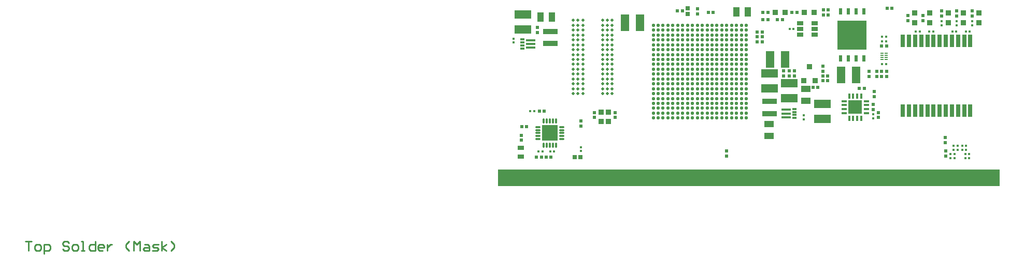
<source format=gbr>
G04 Layer_Color=8388736*
%FSLAX24Y24*%
%MOIN*%
%TF.FileFunction,Soldermask,Top*%
%TF.Part,Single*%
G01*
G75*
%TA.AperFunction,SMDPad,CuDef*%
%ADD36R,0.0177X0.1004*%
%ADD41R,0.0209X0.0069*%
%TA.AperFunction,NonConductor*%
%ADD55C,0.0100*%
%TA.AperFunction,SMDPad,CuDef*%
%ADD105R,0.0245X0.0237*%
%ADD106R,0.0178X0.0178*%
%ADD107R,0.0335X0.0335*%
%ADD108R,0.0237X0.0245*%
%ADD109R,0.0946X0.0375*%
%ADD110R,0.0257X0.0257*%
%ADD111R,0.0257X0.0257*%
%ADD112R,0.0571X0.1064*%
%ADD113R,0.0178X0.0178*%
%ADD114R,0.1064X0.0571*%
%ADD115R,0.0434X0.0611*%
%ADD117R,0.1024X0.1024*%
%ADD118O,0.0394X0.0138*%
%ADD119O,0.0138X0.0394*%
%TA.AperFunction,NonConductor*%
%ADD130R,3.2283X0.1102*%
%TA.AperFunction,SMDPad,SMDef*%
%ADD131R,0.0591X0.0118*%
%TA.AperFunction,SMDPad,CuDef*%
%ADD132O,0.0291X0.0154*%
%ADD133R,0.0291X0.0154*%
%ADD134R,0.0355X0.0355*%
%ADD135R,0.0355X0.0355*%
%ADD136R,0.0611X0.0434*%
%TA.AperFunction,BGAPad,CuDef*%
%ADD137C,0.0217*%
%TA.AperFunction,SMDPad,CuDef*%
%ADD138O,0.0158X0.0375*%
%ADD139O,0.0375X0.0158*%
%ADD140R,0.0867X0.0867*%
%ADD141R,0.0288X0.0839*%
%TA.AperFunction,BGAPad,CuDef*%
%ADD142C,0.0197*%
%TA.AperFunction,SMDPad,CuDef*%
%ADD143R,0.0394X0.0316*%
%ADD144R,0.0217X0.0434*%
%ADD145R,0.1851X0.1890*%
%ADD146R,0.0394X0.0296*%
D36*
X31024Y551D02*
D03*
X30787D02*
D03*
X30551D02*
D03*
X30315D02*
D03*
X30079D02*
D03*
X29843D02*
D03*
X29606D02*
D03*
X29370D02*
D03*
X29134D02*
D03*
X28898D02*
D03*
X28661D02*
D03*
X28425D02*
D03*
X28189D02*
D03*
X27953D02*
D03*
X27717D02*
D03*
X27480D02*
D03*
X27244D02*
D03*
X27008D02*
D03*
X26772D02*
D03*
X26535D02*
D03*
X26299D02*
D03*
X26063D02*
D03*
X25827D02*
D03*
X25591D02*
D03*
X25354D02*
D03*
X25118D02*
D03*
X24882D02*
D03*
X24646D02*
D03*
X24409D02*
D03*
X24173D02*
D03*
X23937D02*
D03*
X23701D02*
D03*
X23465D02*
D03*
X23228D02*
D03*
X22992D02*
D03*
X22756D02*
D03*
X22520D02*
D03*
X22283D02*
D03*
X22047D02*
D03*
X21811D02*
D03*
X21575D02*
D03*
X21339D02*
D03*
X21102D02*
D03*
X20866D02*
D03*
X20630D02*
D03*
X20394D02*
D03*
X20157D02*
D03*
X19921D02*
D03*
X19685D02*
D03*
X19449D02*
D03*
X19213D02*
D03*
X18976D02*
D03*
X18740D02*
D03*
X18504D02*
D03*
X18268D02*
D03*
X18032D02*
D03*
X17795D02*
D03*
X16378Y551D02*
D03*
X16142D02*
D03*
X15906D02*
D03*
X15669D02*
D03*
X15433D02*
D03*
X15197D02*
D03*
X14961D02*
D03*
X14724D02*
D03*
X14488D02*
D03*
X14252D02*
D03*
X14016D02*
D03*
X13780D02*
D03*
X13543D02*
D03*
X13307D02*
D03*
X13071D02*
D03*
X12835D02*
D03*
X12598D02*
D03*
X12362D02*
D03*
X12126D02*
D03*
X11890D02*
D03*
X11654D02*
D03*
X11417D02*
D03*
X11181D02*
D03*
X10945D02*
D03*
X10709D02*
D03*
X10472D02*
D03*
X10236D02*
D03*
X10000D02*
D03*
X9764D02*
D03*
X9528D02*
D03*
X9291D02*
D03*
X9055D02*
D03*
X8819D02*
D03*
X8583D02*
D03*
X8346D02*
D03*
X8110D02*
D03*
X7874D02*
D03*
X7638D02*
D03*
X7402D02*
D03*
X7165D02*
D03*
X6929D02*
D03*
X6693D02*
D03*
X6457D02*
D03*
X6220D02*
D03*
X5984D02*
D03*
X5748D02*
D03*
X5512D02*
D03*
X5276D02*
D03*
X5039D02*
D03*
X4803D02*
D03*
X4567D02*
D03*
X4331D02*
D03*
X4094D02*
D03*
X3858D02*
D03*
X3622D02*
D03*
X3386D02*
D03*
X3150D02*
D03*
X2913D02*
D03*
X2677D02*
D03*
X2441D02*
D03*
X2205D02*
D03*
X1969D02*
D03*
X1732D02*
D03*
X1496D02*
D03*
X1260D02*
D03*
D41*
X24711Y8553D02*
D03*
Y8415D02*
D03*
Y8278D02*
D03*
Y8140D02*
D03*
X24974Y8553D02*
D03*
Y8415D02*
D03*
Y8278D02*
D03*
Y8140D02*
D03*
D55*
X-30400Y-3600D02*
X-30000D01*
X-30200D01*
Y-4200D01*
X-29700D02*
X-29500D01*
X-29400Y-4100D01*
Y-3900D01*
X-29500Y-3800D01*
X-29700D01*
X-29800Y-3900D01*
Y-4100D01*
X-29700Y-4200D01*
X-29200Y-4400D02*
Y-3800D01*
X-28900D01*
X-28801Y-3900D01*
Y-4100D01*
X-28900Y-4200D01*
X-29200D01*
X-27601Y-3700D02*
X-27701Y-3600D01*
X-27901D01*
X-28001Y-3700D01*
Y-3800D01*
X-27901Y-3900D01*
X-27701D01*
X-27601Y-4000D01*
Y-4100D01*
X-27701Y-4200D01*
X-27901D01*
X-28001Y-4100D01*
X-27301Y-4200D02*
X-27101D01*
X-27001Y-4100D01*
Y-3900D01*
X-27101Y-3800D01*
X-27301D01*
X-27401Y-3900D01*
Y-4100D01*
X-27301Y-4200D01*
X-26801D02*
X-26601D01*
X-26701D01*
Y-3600D01*
X-26801D01*
X-25901D02*
Y-4200D01*
X-26201D01*
X-26301Y-4100D01*
Y-3900D01*
X-26201Y-3800D01*
X-25901D01*
X-25402Y-4200D02*
X-25602D01*
X-25702Y-4100D01*
Y-3900D01*
X-25602Y-3800D01*
X-25402D01*
X-25302Y-3900D01*
Y-4000D01*
X-25702D01*
X-25102Y-3800D02*
Y-4200D01*
Y-4000D01*
X-25002Y-3900D01*
X-24902Y-3800D01*
X-24802D01*
X-23702Y-4200D02*
X-23902Y-4000D01*
Y-3800D01*
X-23702Y-3600D01*
X-23402Y-4200D02*
Y-3600D01*
X-23202Y-3800D01*
X-23002Y-3600D01*
Y-4200D01*
X-22702Y-3800D02*
X-22503D01*
X-22403Y-3900D01*
Y-4200D01*
X-22702D01*
X-22802Y-4100D01*
X-22702Y-4000D01*
X-22403D01*
X-22203Y-4200D02*
X-21903D01*
X-21803Y-4100D01*
X-21903Y-4000D01*
X-22103D01*
X-22203Y-3900D01*
X-22103Y-3800D01*
X-21803D01*
X-21603Y-4200D02*
Y-3600D01*
Y-4000D02*
X-21303Y-3800D01*
X-21603Y-4000D02*
X-21303Y-4200D01*
X-21003D02*
X-20803Y-4000D01*
Y-3800D01*
X-21003Y-3600D01*
D105*
X14724Y2250D02*
D03*
Y1923D02*
D03*
X6220Y4730D02*
D03*
Y4404D02*
D03*
X7559D02*
D03*
Y4730D02*
D03*
X20906Y7722D02*
D03*
Y7396D02*
D03*
X24213Y6069D02*
D03*
Y5742D02*
D03*
X20906Y7093D02*
D03*
Y6766D02*
D03*
X29528Y11266D02*
D03*
Y10939D02*
D03*
X28543D02*
D03*
Y11266D02*
D03*
X30512D02*
D03*
Y10939D02*
D03*
X5354Y3852D02*
D03*
Y4179D02*
D03*
X1500Y2937D02*
D03*
Y3263D02*
D03*
X28780Y3116D02*
D03*
Y2789D02*
D03*
X24370Y7041D02*
D03*
Y7368D02*
D03*
X2559Y9876D02*
D03*
Y10203D02*
D03*
X24134Y4915D02*
D03*
Y5242D02*
D03*
X21220Y6766D02*
D03*
Y7093D02*
D03*
X19094Y7081D02*
D03*
Y7407D02*
D03*
X24488Y4730D02*
D03*
Y4404D02*
D03*
X12835Y11423D02*
D03*
Y11096D02*
D03*
X18386Y7407D02*
D03*
Y7081D02*
D03*
X18740D02*
D03*
Y7407D02*
D03*
X21260Y11344D02*
D03*
Y11018D02*
D03*
X20945D02*
D03*
Y11344D02*
D03*
X26378Y10663D02*
D03*
Y10990D02*
D03*
X27362D02*
D03*
Y10663D02*
D03*
X23898Y7041D02*
D03*
Y7368D02*
D03*
X28819Y1923D02*
D03*
Y2250D02*
D03*
X25000Y7041D02*
D03*
Y7368D02*
D03*
X24685Y7041D02*
D03*
Y7368D02*
D03*
D106*
X24970Y9606D02*
D03*
X24715D02*
D03*
X30325Y2047D02*
D03*
X30069D02*
D03*
X30128Y2323D02*
D03*
X29872D02*
D03*
X29321D02*
D03*
X29577D02*
D03*
X29124Y2047D02*
D03*
X29380D02*
D03*
X30325Y1772D02*
D03*
X30069D02*
D03*
X30128Y2598D02*
D03*
X29872D02*
D03*
X29321D02*
D03*
X29577D02*
D03*
X29124Y1772D02*
D03*
X29380D02*
D03*
X18770Y10118D02*
D03*
X19026D02*
D03*
X24970Y9331D02*
D03*
X24715D02*
D03*
Y7835D02*
D03*
X24970D02*
D03*
X30108Y9961D02*
D03*
X30364D02*
D03*
X29242Y9961D02*
D03*
X29498D02*
D03*
X27746Y9961D02*
D03*
X28002D02*
D03*
X26880Y9961D02*
D03*
X27136D02*
D03*
X2077Y4803D02*
D03*
X2333D02*
D03*
X2878Y2200D02*
D03*
X2622D02*
D03*
X3372Y2200D02*
D03*
X3628D02*
D03*
D107*
X20039Y7695D02*
D03*
X20413Y6793D02*
D03*
X19665D02*
D03*
D108*
X19258Y11181D02*
D03*
X18931D02*
D03*
X17041D02*
D03*
X17368D02*
D03*
X13864D02*
D03*
X13537D02*
D03*
X16687Y9921D02*
D03*
X17014D02*
D03*
X16687Y9606D02*
D03*
X17014D02*
D03*
Y9291D02*
D03*
X16687D02*
D03*
X23262Y6299D02*
D03*
X23589D02*
D03*
X2998Y4803D02*
D03*
X2671D02*
D03*
X17041Y10709D02*
D03*
X17368D02*
D03*
X20596Y6339D02*
D03*
X20270D02*
D03*
X24679Y9016D02*
D03*
X25006D02*
D03*
X2474Y1850D02*
D03*
X2801D02*
D03*
X3431D02*
D03*
X3104D02*
D03*
X1863Y3800D02*
D03*
X1537D02*
D03*
X25360Y11457D02*
D03*
X25033D02*
D03*
X11563Y11299D02*
D03*
X11890D02*
D03*
X18313Y10709D02*
D03*
X17986D02*
D03*
D109*
X17480Y5433D02*
D03*
Y4646D02*
D03*
X3386Y9173D02*
D03*
Y9961D02*
D03*
D110*
X5315Y1850D02*
D03*
X4961D02*
D03*
D111*
X12205Y11437D02*
D03*
Y11083D02*
D03*
D112*
X9144Y10512D02*
D03*
X8179D02*
D03*
X17510Y8150D02*
D03*
X18474D02*
D03*
X22077Y7165D02*
D03*
X23041D02*
D03*
D113*
X28543Y10600D02*
D03*
Y10344D02*
D03*
X1024Y9242D02*
D03*
Y9498D02*
D03*
X19685Y4281D02*
D03*
Y4537D02*
D03*
X24134Y4616D02*
D03*
Y4360D02*
D03*
X30512Y10344D02*
D03*
Y10600D02*
D03*
X29528D02*
D03*
Y10344D02*
D03*
X5354Y2234D02*
D03*
Y2490D02*
D03*
D114*
X20866Y4321D02*
D03*
Y5285D02*
D03*
X17480Y6289D02*
D03*
Y7254D02*
D03*
X18740Y6624D02*
D03*
Y5659D02*
D03*
X1614Y11033D02*
D03*
Y10069D02*
D03*
D115*
X16083Y11220D02*
D03*
X15335D02*
D03*
X3484Y10866D02*
D03*
X2736D02*
D03*
D117*
X3350Y3400D02*
D03*
D118*
X4118Y3006D02*
D03*
Y3203D02*
D03*
Y3400D02*
D03*
Y3597D02*
D03*
Y3794D02*
D03*
X2582D02*
D03*
Y3597D02*
D03*
Y3400D02*
D03*
Y3203D02*
D03*
Y3006D02*
D03*
D119*
X2956Y2632D02*
D03*
X3153D02*
D03*
X3350D02*
D03*
X3547D02*
D03*
X3744D02*
D03*
Y4168D02*
D03*
X3547D02*
D03*
X3350D02*
D03*
X3153D02*
D03*
X2956D02*
D03*
D130*
X16142Y512D02*
D03*
D131*
X18563Y4429D02*
D03*
Y4665D02*
D03*
Y4902D02*
D03*
X2106Y8917D02*
D03*
Y9154D02*
D03*
Y9390D02*
D03*
D132*
X19094Y4961D02*
D03*
Y4764D02*
D03*
Y4567D02*
D03*
X1575Y9252D02*
D03*
Y9055D02*
D03*
Y8858D02*
D03*
D133*
X19094Y4370D02*
D03*
X1575Y9449D02*
D03*
D134*
X17835Y11181D02*
D03*
X18465D02*
D03*
X20354D02*
D03*
X19724D02*
D03*
D135*
X6654Y4134D02*
D03*
Y4764D02*
D03*
X7126D02*
D03*
Y4134D02*
D03*
X29961Y11142D02*
D03*
Y10512D02*
D03*
X28976D02*
D03*
Y11142D02*
D03*
X30945D02*
D03*
Y10512D02*
D03*
X26811D02*
D03*
Y11142D02*
D03*
X27795D02*
D03*
Y10512D02*
D03*
D136*
X19803Y6240D02*
D03*
Y5492D02*
D03*
X17441Y3976D02*
D03*
Y3228D02*
D03*
D137*
X10000Y10354D02*
D03*
X10315D02*
D03*
X10630D02*
D03*
X10945D02*
D03*
X11260D02*
D03*
X11575D02*
D03*
X11890D02*
D03*
X12205D02*
D03*
X12520D02*
D03*
X12835D02*
D03*
X13150D02*
D03*
X13465D02*
D03*
X13780D02*
D03*
X14094D02*
D03*
X14409D02*
D03*
X14724D02*
D03*
X15039D02*
D03*
X15354D02*
D03*
X15669D02*
D03*
X15984D02*
D03*
X10000Y10039D02*
D03*
X10315D02*
D03*
X10630D02*
D03*
X10945D02*
D03*
X11260D02*
D03*
X11575D02*
D03*
X11890D02*
D03*
X12205D02*
D03*
X12520D02*
D03*
X12835D02*
D03*
X13150D02*
D03*
X13465D02*
D03*
X13780D02*
D03*
X14094D02*
D03*
X14409D02*
D03*
X14724D02*
D03*
X15039D02*
D03*
X15354D02*
D03*
X15669D02*
D03*
X15984D02*
D03*
X10000Y9724D02*
D03*
X10315D02*
D03*
X10630D02*
D03*
X10945D02*
D03*
X11260D02*
D03*
X11575D02*
D03*
X11890D02*
D03*
X12205D02*
D03*
X12520D02*
D03*
X12835D02*
D03*
X13150D02*
D03*
X13465D02*
D03*
X13780D02*
D03*
X14094D02*
D03*
X14409D02*
D03*
X14724D02*
D03*
X15039D02*
D03*
X15354D02*
D03*
X15669D02*
D03*
X15984D02*
D03*
X10000Y9409D02*
D03*
X10315D02*
D03*
X10630D02*
D03*
X10945D02*
D03*
X11260D02*
D03*
X11575D02*
D03*
X11890D02*
D03*
X12205D02*
D03*
X12520D02*
D03*
X12835D02*
D03*
X13150D02*
D03*
X13465D02*
D03*
X13780D02*
D03*
X14094D02*
D03*
X14409D02*
D03*
X14724D02*
D03*
X15039D02*
D03*
X15354D02*
D03*
X15669D02*
D03*
X15984D02*
D03*
X10000Y9094D02*
D03*
X10315D02*
D03*
X10630D02*
D03*
X10945D02*
D03*
X11260D02*
D03*
X11575D02*
D03*
X11890D02*
D03*
X12205D02*
D03*
X12520D02*
D03*
X12835D02*
D03*
X13150D02*
D03*
X13465D02*
D03*
X13780D02*
D03*
X14094D02*
D03*
X14409D02*
D03*
X14724D02*
D03*
X15039D02*
D03*
X15354D02*
D03*
X15669D02*
D03*
X15984D02*
D03*
X10000Y8780D02*
D03*
X10315D02*
D03*
X10630D02*
D03*
X10945D02*
D03*
X11260D02*
D03*
X11575D02*
D03*
X11890D02*
D03*
X12205D02*
D03*
X12520D02*
D03*
X12835D02*
D03*
X13150D02*
D03*
X13465D02*
D03*
X13780D02*
D03*
X14094D02*
D03*
X14409D02*
D03*
X14724D02*
D03*
X15039D02*
D03*
X15354D02*
D03*
X15669D02*
D03*
X15984D02*
D03*
X10000Y8465D02*
D03*
X10315D02*
D03*
X10630D02*
D03*
X10945D02*
D03*
X11260D02*
D03*
X11575D02*
D03*
X11890D02*
D03*
X12205D02*
D03*
X12520D02*
D03*
X12835D02*
D03*
X13150D02*
D03*
X13465D02*
D03*
X13780D02*
D03*
X14094D02*
D03*
X14409D02*
D03*
X14724D02*
D03*
X15039D02*
D03*
X15354D02*
D03*
X15669D02*
D03*
X15984D02*
D03*
X10000Y8150D02*
D03*
X10315D02*
D03*
X10630D02*
D03*
X10945D02*
D03*
X11260D02*
D03*
X11575D02*
D03*
X11890D02*
D03*
X12205D02*
D03*
X12520D02*
D03*
X12835D02*
D03*
X13150D02*
D03*
X13465D02*
D03*
X13780D02*
D03*
X14094D02*
D03*
X14409D02*
D03*
X14724D02*
D03*
X15039D02*
D03*
X15354D02*
D03*
X15669D02*
D03*
X15984D02*
D03*
X10000Y7835D02*
D03*
X10315D02*
D03*
X10630D02*
D03*
X10945D02*
D03*
X11260D02*
D03*
X11575D02*
D03*
X11890D02*
D03*
X12205D02*
D03*
X12520D02*
D03*
X12835D02*
D03*
X13150D02*
D03*
X13465D02*
D03*
X13780D02*
D03*
X14094D02*
D03*
X14409D02*
D03*
X14724D02*
D03*
X15039D02*
D03*
X15354D02*
D03*
X15669D02*
D03*
X15984D02*
D03*
X10000Y7520D02*
D03*
X10315D02*
D03*
X10630D02*
D03*
X10945D02*
D03*
X11260D02*
D03*
X11575D02*
D03*
X11890D02*
D03*
X12205D02*
D03*
X12520D02*
D03*
X12835D02*
D03*
X13150D02*
D03*
X13465D02*
D03*
X13780D02*
D03*
X14094D02*
D03*
X14409D02*
D03*
X14724D02*
D03*
X15039D02*
D03*
X15354D02*
D03*
X15669D02*
D03*
X15984D02*
D03*
X10000Y7205D02*
D03*
X10315D02*
D03*
X10630D02*
D03*
X10945D02*
D03*
X11260D02*
D03*
X11575D02*
D03*
X11890D02*
D03*
X12205D02*
D03*
X12520D02*
D03*
X12835D02*
D03*
X13150D02*
D03*
X13465D02*
D03*
X13780D02*
D03*
X14094D02*
D03*
X14409D02*
D03*
X14724D02*
D03*
X15039D02*
D03*
X15354D02*
D03*
X15669D02*
D03*
X15984D02*
D03*
X10000Y6890D02*
D03*
X10315D02*
D03*
X10630D02*
D03*
X10945D02*
D03*
X11260D02*
D03*
X11575D02*
D03*
X11890D02*
D03*
X12205D02*
D03*
X12520D02*
D03*
X12835D02*
D03*
X13150D02*
D03*
X13465D02*
D03*
X13780D02*
D03*
X14094D02*
D03*
X14409D02*
D03*
X14724D02*
D03*
X15039D02*
D03*
X15354D02*
D03*
X15669D02*
D03*
X15984D02*
D03*
X10000Y6575D02*
D03*
X10315D02*
D03*
X10630D02*
D03*
X10945D02*
D03*
X11260D02*
D03*
X11575D02*
D03*
X11890D02*
D03*
X12205D02*
D03*
X12520D02*
D03*
X12835D02*
D03*
X13150D02*
D03*
X13465D02*
D03*
X13780D02*
D03*
X14094D02*
D03*
X14409D02*
D03*
X14724D02*
D03*
X15039D02*
D03*
X15354D02*
D03*
X15669D02*
D03*
X15984D02*
D03*
X10000Y6260D02*
D03*
X10315D02*
D03*
X10630D02*
D03*
X10945D02*
D03*
X11260D02*
D03*
X11575D02*
D03*
X11890D02*
D03*
X12205D02*
D03*
X12520D02*
D03*
X12835D02*
D03*
X13150D02*
D03*
X13465D02*
D03*
X13780D02*
D03*
X14094D02*
D03*
X14409D02*
D03*
X14724D02*
D03*
X15039D02*
D03*
X15354D02*
D03*
X15669D02*
D03*
X15984D02*
D03*
X10000Y5945D02*
D03*
X10315D02*
D03*
X10630D02*
D03*
X10945D02*
D03*
X11260D02*
D03*
X11575D02*
D03*
X11890D02*
D03*
X12205D02*
D03*
X12520D02*
D03*
X12835D02*
D03*
X13150D02*
D03*
X13465D02*
D03*
X13780D02*
D03*
X14094D02*
D03*
X14409D02*
D03*
X14724D02*
D03*
X15039D02*
D03*
X15354D02*
D03*
X15669D02*
D03*
X15984D02*
D03*
X10000Y5630D02*
D03*
X10315D02*
D03*
X10630D02*
D03*
X10945D02*
D03*
X11260D02*
D03*
X11575D02*
D03*
X11890D02*
D03*
X12205D02*
D03*
X12520D02*
D03*
X12835D02*
D03*
X13150D02*
D03*
X13465D02*
D03*
X13780D02*
D03*
X14094D02*
D03*
X14409D02*
D03*
X14724D02*
D03*
X15039D02*
D03*
X15354D02*
D03*
X15669D02*
D03*
X15984D02*
D03*
X10000Y5315D02*
D03*
X10315D02*
D03*
X10630D02*
D03*
X10945D02*
D03*
X11260D02*
D03*
X11575D02*
D03*
X11890D02*
D03*
X12205D02*
D03*
X12520D02*
D03*
X12835D02*
D03*
X13150D02*
D03*
X13465D02*
D03*
X13780D02*
D03*
X14094D02*
D03*
X14409D02*
D03*
X14724D02*
D03*
X15039D02*
D03*
X15354D02*
D03*
X15669D02*
D03*
X15984D02*
D03*
X10000Y5000D02*
D03*
X10315D02*
D03*
X10630D02*
D03*
X10945D02*
D03*
X11260D02*
D03*
X11575D02*
D03*
X11890D02*
D03*
X12205D02*
D03*
X12520D02*
D03*
X12835D02*
D03*
X13150D02*
D03*
X13465D02*
D03*
X13780D02*
D03*
X14094D02*
D03*
X14409D02*
D03*
X14724D02*
D03*
X15039D02*
D03*
X15354D02*
D03*
X15669D02*
D03*
X15984D02*
D03*
X10000Y4685D02*
D03*
X10315D02*
D03*
X10630D02*
D03*
X10945D02*
D03*
X11260D02*
D03*
X11575D02*
D03*
X11890D02*
D03*
X12205D02*
D03*
X12520D02*
D03*
X12835D02*
D03*
X13150D02*
D03*
X13465D02*
D03*
X13780D02*
D03*
X14094D02*
D03*
X14409D02*
D03*
X14724D02*
D03*
X15039D02*
D03*
X15354D02*
D03*
X15669D02*
D03*
X15984D02*
D03*
X10000Y4370D02*
D03*
X10315D02*
D03*
X10630D02*
D03*
X10945D02*
D03*
X11260D02*
D03*
X11575D02*
D03*
X11890D02*
D03*
X12205D02*
D03*
X12520D02*
D03*
X12835D02*
D03*
X13150D02*
D03*
X13465D02*
D03*
X13780D02*
D03*
X14094D02*
D03*
X14409D02*
D03*
X14724D02*
D03*
X15039D02*
D03*
X15354D02*
D03*
X15669D02*
D03*
X15984D02*
D03*
D138*
X22608Y4360D02*
D03*
X22864D02*
D03*
X23120D02*
D03*
X23376D02*
D03*
Y5797D02*
D03*
X23120D02*
D03*
X22864D02*
D03*
X22608D02*
D03*
D139*
X23711Y4695D02*
D03*
Y4951D02*
D03*
Y5207D02*
D03*
Y5463D02*
D03*
X22274D02*
D03*
Y5207D02*
D03*
Y4951D02*
D03*
Y4695D02*
D03*
D140*
X22992Y5079D02*
D03*
D141*
X30394Y9343D02*
D03*
X30000D02*
D03*
X29606D02*
D03*
X29213D02*
D03*
X28819D02*
D03*
X28425D02*
D03*
X28031D02*
D03*
X27638D02*
D03*
X27244D02*
D03*
X26850D02*
D03*
X26457D02*
D03*
X26063D02*
D03*
X30394Y4843D02*
D03*
X30000D02*
D03*
X29606D02*
D03*
X29213D02*
D03*
X28819D02*
D03*
X28425D02*
D03*
X28031D02*
D03*
X27638D02*
D03*
X27244D02*
D03*
X26850D02*
D03*
X26457D02*
D03*
X26063D02*
D03*
D142*
X7362Y5945D02*
D03*
X7047D02*
D03*
X6732D02*
D03*
X5472D02*
D03*
X5157D02*
D03*
X4843D02*
D03*
X7362Y6260D02*
D03*
X7047D02*
D03*
X6732D02*
D03*
X5472D02*
D03*
X5157D02*
D03*
X4843D02*
D03*
X7362Y6575D02*
D03*
X7047D02*
D03*
X6732D02*
D03*
X5472D02*
D03*
X5157D02*
D03*
X4843D02*
D03*
X7362Y6890D02*
D03*
X7047D02*
D03*
X6732D02*
D03*
X5472D02*
D03*
X5157D02*
D03*
X4843D02*
D03*
X7362Y7205D02*
D03*
X7047D02*
D03*
X6732D02*
D03*
X5472D02*
D03*
X5157D02*
D03*
X4843D02*
D03*
X7362Y7520D02*
D03*
X7047D02*
D03*
X6732D02*
D03*
X5472D02*
D03*
X5157D02*
D03*
X4843D02*
D03*
X7362Y7835D02*
D03*
X7047D02*
D03*
X6732D02*
D03*
X5472D02*
D03*
X5157D02*
D03*
X4843D02*
D03*
X7362Y8150D02*
D03*
X7047D02*
D03*
X6732D02*
D03*
X5472D02*
D03*
X5157D02*
D03*
X4843D02*
D03*
X7362Y8465D02*
D03*
X7047D02*
D03*
X6732D02*
D03*
X5472D02*
D03*
X5157D02*
D03*
X4843D02*
D03*
X7362Y8780D02*
D03*
X7047D02*
D03*
X6732D02*
D03*
X5472D02*
D03*
X5157D02*
D03*
X4843D02*
D03*
X7362Y9094D02*
D03*
X7047D02*
D03*
X6732D02*
D03*
X5472D02*
D03*
X5157D02*
D03*
X4843D02*
D03*
X7362Y9409D02*
D03*
X7047D02*
D03*
X6732D02*
D03*
X5472D02*
D03*
X5157D02*
D03*
X4843D02*
D03*
X7362Y9724D02*
D03*
X7047D02*
D03*
X6732D02*
D03*
X5472D02*
D03*
X5157D02*
D03*
X4843D02*
D03*
X7362Y10039D02*
D03*
X7047D02*
D03*
X6732D02*
D03*
X5472D02*
D03*
X5157D02*
D03*
X4843D02*
D03*
X7362Y10354D02*
D03*
X7047D02*
D03*
X6732D02*
D03*
X5472D02*
D03*
X5157D02*
D03*
X4843D02*
D03*
X7362Y10669D02*
D03*
X7047D02*
D03*
X6732D02*
D03*
X5472D02*
D03*
X5157D02*
D03*
X4843D02*
D03*
D143*
X1496Y2461D02*
D03*
Y1870D02*
D03*
D144*
X22045Y8211D02*
D03*
X22545D02*
D03*
X23045D02*
D03*
X23545D02*
D03*
X22045Y11238D02*
D03*
X22545D02*
D03*
X23045D02*
D03*
X23545D02*
D03*
D145*
X22795Y9724D02*
D03*
D146*
X20394Y9744D02*
D03*
Y10118D02*
D03*
Y10492D02*
D03*
X19449D02*
D03*
Y10118D02*
D03*
Y9744D02*
D03*
%TF.MD5,2b5117a458ab17443298d68bbe6ff751*%
M02*

</source>
